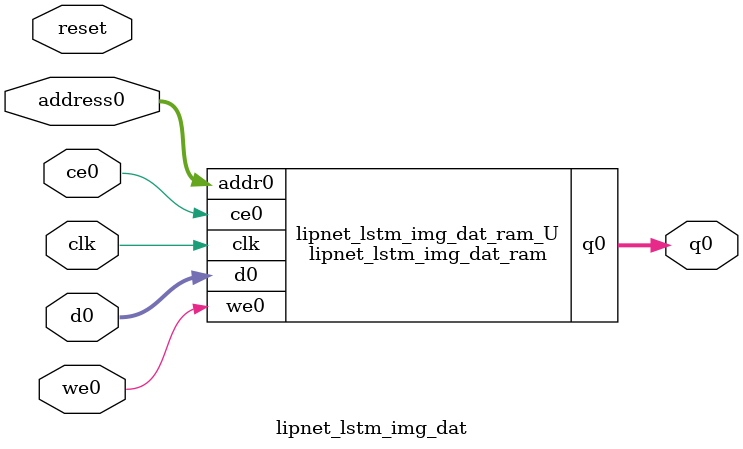
<source format=v>
`timescale 1 ns / 1 ps
module lipnet_lstm_img_dat_ram (addr0, ce0, d0, we0, q0,  clk);

parameter DWIDTH = 32;
parameter AWIDTH = 10;
parameter MEM_SIZE = 784;

input[AWIDTH-1:0] addr0;
input ce0;
input[DWIDTH-1:0] d0;
input we0;
output reg[DWIDTH-1:0] q0;
input clk;

(* ram_style = "block" *)reg [DWIDTH-1:0] ram[0:MEM_SIZE-1];




always @(posedge clk)  
begin 
    if (ce0) begin
        if (we0) 
            ram[addr0] <= d0; 
        q0 <= ram[addr0];
    end
end


endmodule

`timescale 1 ns / 1 ps
module lipnet_lstm_img_dat(
    reset,
    clk,
    address0,
    ce0,
    we0,
    d0,
    q0);

parameter DataWidth = 32'd32;
parameter AddressRange = 32'd784;
parameter AddressWidth = 32'd10;
input reset;
input clk;
input[AddressWidth - 1:0] address0;
input ce0;
input we0;
input[DataWidth - 1:0] d0;
output[DataWidth - 1:0] q0;



lipnet_lstm_img_dat_ram lipnet_lstm_img_dat_ram_U(
    .clk( clk ),
    .addr0( address0 ),
    .ce0( ce0 ),
    .we0( we0 ),
    .d0( d0 ),
    .q0( q0 ));

endmodule


</source>
